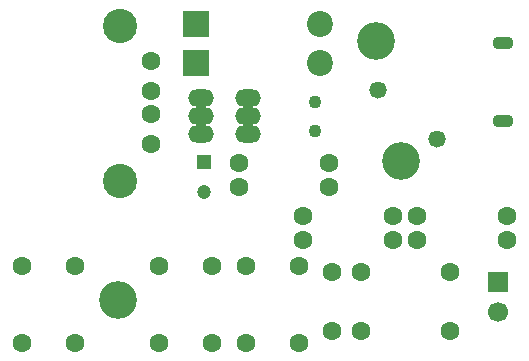
<source format=gbs>
%FSLAX44Y44*%
%MOMM*%
G71*
G01*
G75*
G04 Layer_Color=16711935*
%ADD10R,1.4000X1.6000*%
%ADD11R,1.9000X1.9000*%
%ADD12R,1.3500X0.4000*%
%ADD13C,0.4000*%
%ADD14O,1.6000X0.9000*%
%ADD15O,2.0000X1.2500*%
%ADD16O,2.0000X1.2500*%
%ADD17C,1.4000*%
%ADD18C,2.7000*%
%ADD19R,2.0000X2.0000*%
%ADD20C,2.0000*%
%ADD21C,0.9000*%
%ADD22R,1.0000X1.0000*%
%ADD23C,1.0000*%
%ADD24C,1.5000*%
%ADD25R,1.5000X1.5000*%
%ADD26C,3.0000*%
%ADD27C,1.2700*%
%ADD28C,0.2000*%
%ADD29C,0.1000*%
%ADD30C,0.1500*%
%ADD31R,0.8000X2.8000*%
%ADD32R,1.5000X1.7000*%
%ADD33R,2.0000X2.0000*%
%ADD34R,1.4500X0.5000*%
%ADD35O,1.8000X1.1000*%
%ADD36O,2.2000X1.4500*%
%ADD37O,2.2000X1.4500*%
%ADD38C,1.6000*%
%ADD39C,2.9000*%
%ADD40R,2.2000X2.2000*%
%ADD41C,2.2000*%
%ADD42C,1.1000*%
%ADD43R,1.2000X1.2000*%
%ADD44C,1.2000*%
%ADD45C,1.7000*%
%ADD46R,1.7000X1.7000*%
%ADD47C,3.2000*%
%ADD48C,1.4700*%
D35*
X807130Y796500D02*
D03*
Y730500D02*
D03*
D36*
X591270Y749720D02*
D03*
Y719320D02*
D03*
X551470D02*
D03*
Y749720D02*
D03*
D37*
X591270Y734520D02*
D03*
X551470D02*
D03*
D38*
X637540Y650240D02*
D03*
X713740D02*
D03*
X509210Y781203D02*
D03*
Y756204D02*
D03*
Y736204D02*
D03*
Y711204D02*
D03*
X444700Y542630D02*
D03*
Y607630D02*
D03*
X399700Y542630D02*
D03*
Y607630D02*
D03*
X589130D02*
D03*
Y542630D02*
D03*
X634130Y607630D02*
D03*
Y542630D02*
D03*
X583160Y695380D02*
D03*
X659360D02*
D03*
X713740Y629920D02*
D03*
X637540D02*
D03*
X661870Y553100D02*
D03*
X686870D02*
D03*
X761870D02*
D03*
Y603100D02*
D03*
X686870D02*
D03*
X661870D02*
D03*
X810260Y650240D02*
D03*
X734060D02*
D03*
X659360Y675060D02*
D03*
X583160D02*
D03*
X810260Y629920D02*
D03*
X734060D02*
D03*
X560430Y542630D02*
D03*
Y607630D02*
D03*
X515430Y542630D02*
D03*
Y607630D02*
D03*
D39*
X482210Y811203D02*
D03*
Y679953D02*
D03*
D40*
X547140Y780070D02*
D03*
Y812801D02*
D03*
D41*
X651740Y780070D02*
D03*
Y812801D02*
D03*
D42*
X647910Y721680D02*
D03*
Y746680D02*
D03*
D43*
X553720Y695560D02*
D03*
D44*
Y670560D02*
D03*
D45*
X802640Y568960D02*
D03*
D46*
Y594360D02*
D03*
D47*
X480750Y578750D02*
D03*
X720500Y696500D02*
D03*
X699250Y798250D02*
D03*
D48*
X700750Y757000D02*
D03*
X750960Y715710D02*
D03*
M02*

</source>
